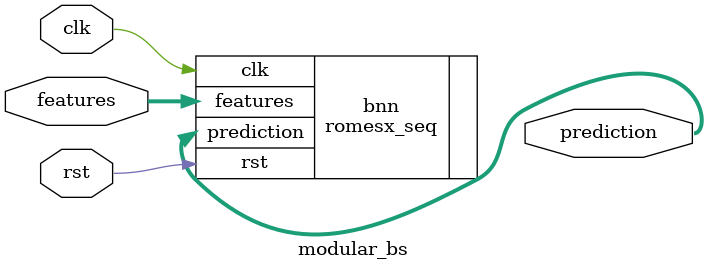
<source format=v>
`ifndef DUTNAME
`define DUTNAME modular_bs
parameter FEAT_CNT = 4;
parameter FEAT_BITS = 4;
parameter HIDDEN_CNT = 4;
parameter CLASS_CNT = 4;
`define WEIGHTS0 0
`define WEIGHTS1 0
`else
    `include `BSTRINGS
`endif
module `DUTNAME #(
`ifdef PARAMS
`include `PARAMS
`endif
  ) (
  input clk,
  input rst,
  input [FEAT_CNT*FEAT_BITS-1:0] features,
  output [$clog2(CLASS_CNT)-1:0] prediction
  );

  localparam Weights0 = `WEIGHTS0 ;
  localparam Weights1 = `WEIGHTS1 ;

  romesx_seq #(.FEAT_CNT(FEAT_CNT),.FEAT_BITS(FEAT_BITS),.HIDDEN_CNT(HIDDEN_CNT),.CLASS_CNT(CLASS_CNT),.Weights0(Weights0),.Weights1(Weights1)) bnn (
    .clk(clk),
    .rst(rst),
    .features(features),
    .prediction(prediction)
  );

endmodule

</source>
